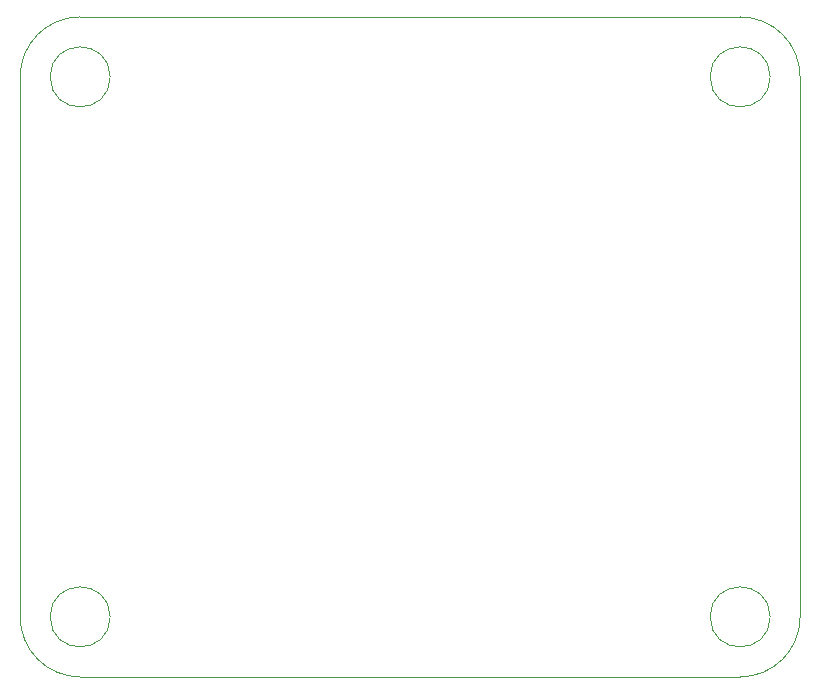
<source format=gm1>
%TF.GenerationSoftware,KiCad,Pcbnew,(6.0.9)*%
%TF.CreationDate,2022-12-04T21:38:45+11:00*%
%TF.ProjectId,Coilgun 1.3,436f696c-6775-46e2-9031-2e332e6b6963,1.3*%
%TF.SameCoordinates,Original*%
%TF.FileFunction,Profile,NP*%
%FSLAX46Y46*%
G04 Gerber Fmt 4.6, Leading zero omitted, Abs format (unit mm)*
G04 Created by KiCad (PCBNEW (6.0.9)) date 2022-12-04 21:38:45*
%MOMM*%
%LPD*%
G01*
G04 APERTURE LIST*
%TA.AperFunction,Profile*%
%ADD10C,0.100000*%
%TD*%
G04 APERTURE END LIST*
D10*
X193040000Y-111760000D02*
G75*
G03*
X193040000Y-111760000I-2540000J0D01*
G01*
X190500000Y-116840000D02*
X134620000Y-116840000D01*
X137160000Y-66040000D02*
G75*
G03*
X137160000Y-66040000I-2540000J0D01*
G01*
X195580000Y-66040000D02*
G75*
G03*
X190500000Y-60960000I-5080000J0D01*
G01*
X134620000Y-60960000D02*
X190500000Y-60960000D01*
X195580000Y-66040000D02*
X195580000Y-111760000D01*
X193040000Y-66040000D02*
G75*
G03*
X193040000Y-66040000I-2540000J0D01*
G01*
X137160000Y-111760000D02*
G75*
G03*
X137160000Y-111760000I-2540000J0D01*
G01*
X134620000Y-60960000D02*
G75*
G03*
X129540000Y-66040000I0J-5080000D01*
G01*
X190500000Y-116840000D02*
G75*
G03*
X195580000Y-111760000I0J5080000D01*
G01*
X129540000Y-111760000D02*
X129540000Y-66040000D01*
X129540000Y-111760000D02*
G75*
G03*
X134620000Y-116840000I5080000J0D01*
G01*
M02*

</source>
